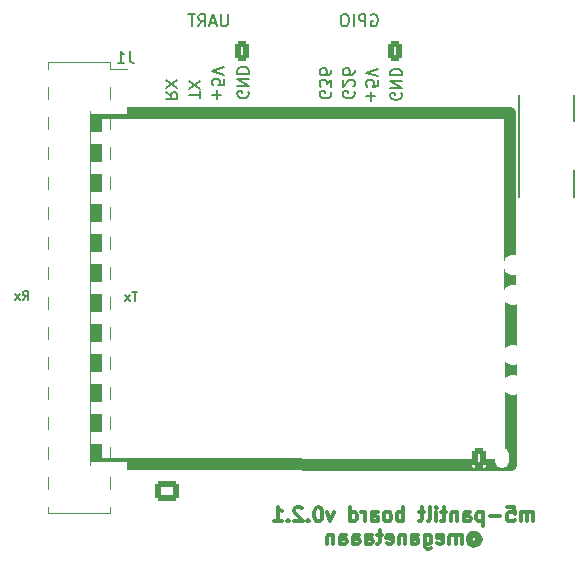
<source format=gbo>
G04 #@! TF.GenerationSoftware,KiCad,Pcbnew,7.0.6*
G04 #@! TF.CreationDate,2023-07-11T17:34:17+08:00*
G04 #@! TF.ProjectId,m5-pantilt,6d352d70-616e-4746-996c-742e6b696361,1*
G04 #@! TF.SameCoordinates,PX5f5e100PY5f5e100*
G04 #@! TF.FileFunction,Legend,Bot*
G04 #@! TF.FilePolarity,Positive*
%FSLAX46Y46*%
G04 Gerber Fmt 4.6, Leading zero omitted, Abs format (unit mm)*
G04 Created by KiCad (PCBNEW 7.0.6) date 2023-07-11 17:34:17*
%MOMM*%
%LPD*%
G01*
G04 APERTURE LIST*
G04 Aperture macros list*
%AMRoundRect*
0 Rectangle with rounded corners*
0 $1 Rounding radius*
0 $2 $3 $4 $5 $6 $7 $8 $9 X,Y pos of 4 corners*
0 Add a 4 corners polygon primitive as box body*
4,1,4,$2,$3,$4,$5,$6,$7,$8,$9,$2,$3,0*
0 Add four circle primitives for the rounded corners*
1,1,$1+$1,$2,$3*
1,1,$1+$1,$4,$5*
1,1,$1+$1,$6,$7*
1,1,$1+$1,$8,$9*
0 Add four rect primitives between the rounded corners*
20,1,$1+$1,$2,$3,$4,$5,0*
20,1,$1+$1,$4,$5,$6,$7,0*
20,1,$1+$1,$6,$7,$8,$9,0*
20,1,$1+$1,$8,$9,$2,$3,0*%
G04 Aperture macros list end*
%ADD10C,1.000000*%
%ADD11C,0.150000*%
%ADD12C,0.300000*%
%ADD13C,0.120000*%
%ADD14C,2.000000*%
%ADD15C,3.000000*%
%ADD16R,1.700000X1.700000*%
%ADD17O,1.700000X1.700000*%
%ADD18RoundRect,0.250000X0.350000X0.625000X-0.350000X0.625000X-0.350000X-0.625000X0.350000X-0.625000X0*%
%ADD19O,1.200000X1.750000*%
%ADD20RoundRect,0.250000X-0.350000X-0.625000X0.350000X-0.625000X0.350000X0.625000X-0.350000X0.625000X0*%
%ADD21RoundRect,0.250000X-0.750000X0.600000X-0.750000X-0.600000X0.750000X-0.600000X0.750000X0.600000X0*%
%ADD22O,2.000000X1.700000*%
%ADD23R,3.150000X1.000000*%
%ADD24O,3.500000X2.200000*%
%ADD25R,2.500000X1.500000*%
%ADD26O,2.500000X1.500000*%
G04 APERTURE END LIST*
D10*
X7670800Y10058400D02*
X7620000Y39776400D01*
X42773600Y9956800D02*
X7670800Y10058400D01*
X7620000Y39776400D02*
X42672000Y39827200D01*
X42672000Y39827200D02*
X42773600Y9956800D01*
D11*
X1476189Y23937705D02*
X1742856Y24318658D01*
X1933332Y23937705D02*
X1933332Y24737705D01*
X1933332Y24737705D02*
X1628570Y24737705D01*
X1628570Y24737705D02*
X1552380Y24699610D01*
X1552380Y24699610D02*
X1514285Y24661515D01*
X1514285Y24661515D02*
X1476189Y24585324D01*
X1476189Y24585324D02*
X1476189Y24471039D01*
X1476189Y24471039D02*
X1514285Y24394848D01*
X1514285Y24394848D02*
X1552380Y24356753D01*
X1552380Y24356753D02*
X1628570Y24318658D01*
X1628570Y24318658D02*
X1933332Y24318658D01*
X1209523Y23937705D02*
X790475Y24471039D01*
X1209523Y24471039D02*
X790475Y23937705D01*
X18795237Y48145181D02*
X18795237Y47335658D01*
X18795237Y47335658D02*
X18747618Y47240420D01*
X18747618Y47240420D02*
X18699999Y47192800D01*
X18699999Y47192800D02*
X18604761Y47145181D01*
X18604761Y47145181D02*
X18414285Y47145181D01*
X18414285Y47145181D02*
X18319047Y47192800D01*
X18319047Y47192800D02*
X18271428Y47240420D01*
X18271428Y47240420D02*
X18223809Y47335658D01*
X18223809Y47335658D02*
X18223809Y48145181D01*
X17795237Y47430896D02*
X17319047Y47430896D01*
X17890475Y47145181D02*
X17557142Y48145181D01*
X17557142Y48145181D02*
X17223809Y47145181D01*
X16319047Y47145181D02*
X16652380Y47621372D01*
X16890475Y47145181D02*
X16890475Y48145181D01*
X16890475Y48145181D02*
X16509523Y48145181D01*
X16509523Y48145181D02*
X16414285Y48097562D01*
X16414285Y48097562D02*
X16366666Y48049943D01*
X16366666Y48049943D02*
X16319047Y47954705D01*
X16319047Y47954705D02*
X16319047Y47811848D01*
X16319047Y47811848D02*
X16366666Y47716610D01*
X16366666Y47716610D02*
X16414285Y47668991D01*
X16414285Y47668991D02*
X16509523Y47621372D01*
X16509523Y47621372D02*
X16890475Y47621372D01*
X16033332Y48145181D02*
X15461904Y48145181D01*
X15747618Y47145181D02*
X15747618Y48145181D01*
X30926133Y40836780D02*
X30926133Y41598684D01*
X30545180Y41217732D02*
X31307085Y41217732D01*
X31545180Y42551065D02*
X31545180Y42074875D01*
X31545180Y42074875D02*
X31068990Y42027256D01*
X31068990Y42027256D02*
X31116609Y42074875D01*
X31116609Y42074875D02*
X31164228Y42170113D01*
X31164228Y42170113D02*
X31164228Y42408208D01*
X31164228Y42408208D02*
X31116609Y42503446D01*
X31116609Y42503446D02*
X31068990Y42551065D01*
X31068990Y42551065D02*
X30973752Y42598684D01*
X30973752Y42598684D02*
X30735657Y42598684D01*
X30735657Y42598684D02*
X30640419Y42551065D01*
X30640419Y42551065D02*
X30592800Y42503446D01*
X30592800Y42503446D02*
X30545180Y42408208D01*
X30545180Y42408208D02*
X30545180Y42170113D01*
X30545180Y42170113D02*
X30592800Y42074875D01*
X30592800Y42074875D02*
X30640419Y42027256D01*
X31545180Y42884399D02*
X30545180Y43217732D01*
X30545180Y43217732D02*
X31545180Y43551065D01*
D12*
X44642855Y5226458D02*
X44642855Y6026458D01*
X44642855Y5912172D02*
X44585712Y5969315D01*
X44585712Y5969315D02*
X44471427Y6026458D01*
X44471427Y6026458D02*
X44299998Y6026458D01*
X44299998Y6026458D02*
X44185712Y5969315D01*
X44185712Y5969315D02*
X44128570Y5855029D01*
X44128570Y5855029D02*
X44128570Y5226458D01*
X44128570Y5855029D02*
X44071427Y5969315D01*
X44071427Y5969315D02*
X43957141Y6026458D01*
X43957141Y6026458D02*
X43785712Y6026458D01*
X43785712Y6026458D02*
X43671427Y5969315D01*
X43671427Y5969315D02*
X43614284Y5855029D01*
X43614284Y5855029D02*
X43614284Y5226458D01*
X42471427Y6426458D02*
X43042855Y6426458D01*
X43042855Y6426458D02*
X43099998Y5855029D01*
X43099998Y5855029D02*
X43042855Y5912172D01*
X43042855Y5912172D02*
X42928570Y5969315D01*
X42928570Y5969315D02*
X42642855Y5969315D01*
X42642855Y5969315D02*
X42528570Y5912172D01*
X42528570Y5912172D02*
X42471427Y5855029D01*
X42471427Y5855029D02*
X42414284Y5740743D01*
X42414284Y5740743D02*
X42414284Y5455029D01*
X42414284Y5455029D02*
X42471427Y5340743D01*
X42471427Y5340743D02*
X42528570Y5283600D01*
X42528570Y5283600D02*
X42642855Y5226458D01*
X42642855Y5226458D02*
X42928570Y5226458D01*
X42928570Y5226458D02*
X43042855Y5283600D01*
X43042855Y5283600D02*
X43099998Y5340743D01*
X41899998Y5683600D02*
X40985713Y5683600D01*
X40414284Y6026458D02*
X40414284Y4826458D01*
X40414284Y5969315D02*
X40299999Y6026458D01*
X40299999Y6026458D02*
X40071427Y6026458D01*
X40071427Y6026458D02*
X39957141Y5969315D01*
X39957141Y5969315D02*
X39899999Y5912172D01*
X39899999Y5912172D02*
X39842856Y5797886D01*
X39842856Y5797886D02*
X39842856Y5455029D01*
X39842856Y5455029D02*
X39899999Y5340743D01*
X39899999Y5340743D02*
X39957141Y5283600D01*
X39957141Y5283600D02*
X40071427Y5226458D01*
X40071427Y5226458D02*
X40299999Y5226458D01*
X40299999Y5226458D02*
X40414284Y5283600D01*
X38814285Y5226458D02*
X38814285Y5855029D01*
X38814285Y5855029D02*
X38871427Y5969315D01*
X38871427Y5969315D02*
X38985713Y6026458D01*
X38985713Y6026458D02*
X39214285Y6026458D01*
X39214285Y6026458D02*
X39328570Y5969315D01*
X38814285Y5283600D02*
X38928570Y5226458D01*
X38928570Y5226458D02*
X39214285Y5226458D01*
X39214285Y5226458D02*
X39328570Y5283600D01*
X39328570Y5283600D02*
X39385713Y5397886D01*
X39385713Y5397886D02*
X39385713Y5512172D01*
X39385713Y5512172D02*
X39328570Y5626458D01*
X39328570Y5626458D02*
X39214285Y5683600D01*
X39214285Y5683600D02*
X38928570Y5683600D01*
X38928570Y5683600D02*
X38814285Y5740743D01*
X38242856Y6026458D02*
X38242856Y5226458D01*
X38242856Y5912172D02*
X38185713Y5969315D01*
X38185713Y5969315D02*
X38071428Y6026458D01*
X38071428Y6026458D02*
X37899999Y6026458D01*
X37899999Y6026458D02*
X37785713Y5969315D01*
X37785713Y5969315D02*
X37728571Y5855029D01*
X37728571Y5855029D02*
X37728571Y5226458D01*
X37328571Y6026458D02*
X36871428Y6026458D01*
X37157142Y6426458D02*
X37157142Y5397886D01*
X37157142Y5397886D02*
X37099999Y5283600D01*
X37099999Y5283600D02*
X36985714Y5226458D01*
X36985714Y5226458D02*
X36871428Y5226458D01*
X36471428Y5226458D02*
X36471428Y6026458D01*
X36471428Y6426458D02*
X36528571Y6369315D01*
X36528571Y6369315D02*
X36471428Y6312172D01*
X36471428Y6312172D02*
X36414285Y6369315D01*
X36414285Y6369315D02*
X36471428Y6426458D01*
X36471428Y6426458D02*
X36471428Y6312172D01*
X35728571Y5226458D02*
X35842856Y5283600D01*
X35842856Y5283600D02*
X35899999Y5397886D01*
X35899999Y5397886D02*
X35899999Y6426458D01*
X35442857Y6026458D02*
X34985714Y6026458D01*
X35271428Y6426458D02*
X35271428Y5397886D01*
X35271428Y5397886D02*
X35214285Y5283600D01*
X35214285Y5283600D02*
X35100000Y5226458D01*
X35100000Y5226458D02*
X34985714Y5226458D01*
X33671428Y5226458D02*
X33671428Y6426458D01*
X33671428Y5969315D02*
X33557143Y6026458D01*
X33557143Y6026458D02*
X33328571Y6026458D01*
X33328571Y6026458D02*
X33214285Y5969315D01*
X33214285Y5969315D02*
X33157143Y5912172D01*
X33157143Y5912172D02*
X33100000Y5797886D01*
X33100000Y5797886D02*
X33100000Y5455029D01*
X33100000Y5455029D02*
X33157143Y5340743D01*
X33157143Y5340743D02*
X33214285Y5283600D01*
X33214285Y5283600D02*
X33328571Y5226458D01*
X33328571Y5226458D02*
X33557143Y5226458D01*
X33557143Y5226458D02*
X33671428Y5283600D01*
X32414286Y5226458D02*
X32528571Y5283600D01*
X32528571Y5283600D02*
X32585714Y5340743D01*
X32585714Y5340743D02*
X32642857Y5455029D01*
X32642857Y5455029D02*
X32642857Y5797886D01*
X32642857Y5797886D02*
X32585714Y5912172D01*
X32585714Y5912172D02*
X32528571Y5969315D01*
X32528571Y5969315D02*
X32414286Y6026458D01*
X32414286Y6026458D02*
X32242857Y6026458D01*
X32242857Y6026458D02*
X32128571Y5969315D01*
X32128571Y5969315D02*
X32071429Y5912172D01*
X32071429Y5912172D02*
X32014286Y5797886D01*
X32014286Y5797886D02*
X32014286Y5455029D01*
X32014286Y5455029D02*
X32071429Y5340743D01*
X32071429Y5340743D02*
X32128571Y5283600D01*
X32128571Y5283600D02*
X32242857Y5226458D01*
X32242857Y5226458D02*
X32414286Y5226458D01*
X30985715Y5226458D02*
X30985715Y5855029D01*
X30985715Y5855029D02*
X31042857Y5969315D01*
X31042857Y5969315D02*
X31157143Y6026458D01*
X31157143Y6026458D02*
X31385715Y6026458D01*
X31385715Y6026458D02*
X31500000Y5969315D01*
X30985715Y5283600D02*
X31100000Y5226458D01*
X31100000Y5226458D02*
X31385715Y5226458D01*
X31385715Y5226458D02*
X31500000Y5283600D01*
X31500000Y5283600D02*
X31557143Y5397886D01*
X31557143Y5397886D02*
X31557143Y5512172D01*
X31557143Y5512172D02*
X31500000Y5626458D01*
X31500000Y5626458D02*
X31385715Y5683600D01*
X31385715Y5683600D02*
X31100000Y5683600D01*
X31100000Y5683600D02*
X30985715Y5740743D01*
X30414286Y5226458D02*
X30414286Y6026458D01*
X30414286Y5797886D02*
X30357143Y5912172D01*
X30357143Y5912172D02*
X30300001Y5969315D01*
X30300001Y5969315D02*
X30185715Y6026458D01*
X30185715Y6026458D02*
X30071429Y6026458D01*
X29157144Y5226458D02*
X29157144Y6426458D01*
X29157144Y5283600D02*
X29271429Y5226458D01*
X29271429Y5226458D02*
X29500001Y5226458D01*
X29500001Y5226458D02*
X29614286Y5283600D01*
X29614286Y5283600D02*
X29671429Y5340743D01*
X29671429Y5340743D02*
X29728572Y5455029D01*
X29728572Y5455029D02*
X29728572Y5797886D01*
X29728572Y5797886D02*
X29671429Y5912172D01*
X29671429Y5912172D02*
X29614286Y5969315D01*
X29614286Y5969315D02*
X29500001Y6026458D01*
X29500001Y6026458D02*
X29271429Y6026458D01*
X29271429Y6026458D02*
X29157144Y5969315D01*
X27785715Y6026458D02*
X27500001Y5226458D01*
X27500001Y5226458D02*
X27214286Y6026458D01*
X26528572Y6426458D02*
X26414286Y6426458D01*
X26414286Y6426458D02*
X26300000Y6369315D01*
X26300000Y6369315D02*
X26242858Y6312172D01*
X26242858Y6312172D02*
X26185715Y6197886D01*
X26185715Y6197886D02*
X26128572Y5969315D01*
X26128572Y5969315D02*
X26128572Y5683600D01*
X26128572Y5683600D02*
X26185715Y5455029D01*
X26185715Y5455029D02*
X26242858Y5340743D01*
X26242858Y5340743D02*
X26300000Y5283600D01*
X26300000Y5283600D02*
X26414286Y5226458D01*
X26414286Y5226458D02*
X26528572Y5226458D01*
X26528572Y5226458D02*
X26642858Y5283600D01*
X26642858Y5283600D02*
X26700000Y5340743D01*
X26700000Y5340743D02*
X26757143Y5455029D01*
X26757143Y5455029D02*
X26814286Y5683600D01*
X26814286Y5683600D02*
X26814286Y5969315D01*
X26814286Y5969315D02*
X26757143Y6197886D01*
X26757143Y6197886D02*
X26700000Y6312172D01*
X26700000Y6312172D02*
X26642858Y6369315D01*
X26642858Y6369315D02*
X26528572Y6426458D01*
X25614286Y5340743D02*
X25557143Y5283600D01*
X25557143Y5283600D02*
X25614286Y5226458D01*
X25614286Y5226458D02*
X25671429Y5283600D01*
X25671429Y5283600D02*
X25614286Y5340743D01*
X25614286Y5340743D02*
X25614286Y5226458D01*
X25100000Y6312172D02*
X25042857Y6369315D01*
X25042857Y6369315D02*
X24928572Y6426458D01*
X24928572Y6426458D02*
X24642857Y6426458D01*
X24642857Y6426458D02*
X24528572Y6369315D01*
X24528572Y6369315D02*
X24471429Y6312172D01*
X24471429Y6312172D02*
X24414286Y6197886D01*
X24414286Y6197886D02*
X24414286Y6083600D01*
X24414286Y6083600D02*
X24471429Y5912172D01*
X24471429Y5912172D02*
X25157143Y5226458D01*
X25157143Y5226458D02*
X24414286Y5226458D01*
X23900000Y5340743D02*
X23842857Y5283600D01*
X23842857Y5283600D02*
X23900000Y5226458D01*
X23900000Y5226458D02*
X23957143Y5283600D01*
X23957143Y5283600D02*
X23900000Y5340743D01*
X23900000Y5340743D02*
X23900000Y5226458D01*
X22700000Y5226458D02*
X23385714Y5226458D01*
X23042857Y5226458D02*
X23042857Y6426458D01*
X23042857Y6426458D02*
X23157143Y6255029D01*
X23157143Y6255029D02*
X23271428Y6140743D01*
X23271428Y6140743D02*
X23385714Y6083600D01*
X39414283Y3865886D02*
X39471426Y3923029D01*
X39471426Y3923029D02*
X39585712Y3980172D01*
X39585712Y3980172D02*
X39699997Y3980172D01*
X39699997Y3980172D02*
X39814283Y3923029D01*
X39814283Y3923029D02*
X39871426Y3865886D01*
X39871426Y3865886D02*
X39928569Y3751600D01*
X39928569Y3751600D02*
X39928569Y3637315D01*
X39928569Y3637315D02*
X39871426Y3523029D01*
X39871426Y3523029D02*
X39814283Y3465886D01*
X39814283Y3465886D02*
X39699997Y3408743D01*
X39699997Y3408743D02*
X39585712Y3408743D01*
X39585712Y3408743D02*
X39471426Y3465886D01*
X39471426Y3465886D02*
X39414283Y3523029D01*
X39414283Y3980172D02*
X39414283Y3523029D01*
X39414283Y3523029D02*
X39357140Y3465886D01*
X39357140Y3465886D02*
X39299997Y3465886D01*
X39299997Y3465886D02*
X39185712Y3523029D01*
X39185712Y3523029D02*
X39128569Y3637315D01*
X39128569Y3637315D02*
X39128569Y3923029D01*
X39128569Y3923029D02*
X39242855Y4094458D01*
X39242855Y4094458D02*
X39414283Y4208743D01*
X39414283Y4208743D02*
X39642855Y4265886D01*
X39642855Y4265886D02*
X39871426Y4208743D01*
X39871426Y4208743D02*
X40042855Y4094458D01*
X40042855Y4094458D02*
X40157140Y3923029D01*
X40157140Y3923029D02*
X40214283Y3694458D01*
X40214283Y3694458D02*
X40157140Y3465886D01*
X40157140Y3465886D02*
X40042855Y3294458D01*
X40042855Y3294458D02*
X39871426Y3180172D01*
X39871426Y3180172D02*
X39642855Y3123029D01*
X39642855Y3123029D02*
X39414283Y3180172D01*
X39414283Y3180172D02*
X39242855Y3294458D01*
X38614283Y3294458D02*
X38614283Y4094458D01*
X38614283Y3980172D02*
X38557140Y4037315D01*
X38557140Y4037315D02*
X38442855Y4094458D01*
X38442855Y4094458D02*
X38271426Y4094458D01*
X38271426Y4094458D02*
X38157140Y4037315D01*
X38157140Y4037315D02*
X38099998Y3923029D01*
X38099998Y3923029D02*
X38099998Y3294458D01*
X38099998Y3923029D02*
X38042855Y4037315D01*
X38042855Y4037315D02*
X37928569Y4094458D01*
X37928569Y4094458D02*
X37757140Y4094458D01*
X37757140Y4094458D02*
X37642855Y4037315D01*
X37642855Y4037315D02*
X37585712Y3923029D01*
X37585712Y3923029D02*
X37585712Y3294458D01*
X36557140Y3351600D02*
X36671426Y3294458D01*
X36671426Y3294458D02*
X36899998Y3294458D01*
X36899998Y3294458D02*
X37014283Y3351600D01*
X37014283Y3351600D02*
X37071426Y3465886D01*
X37071426Y3465886D02*
X37071426Y3923029D01*
X37071426Y3923029D02*
X37014283Y4037315D01*
X37014283Y4037315D02*
X36899998Y4094458D01*
X36899998Y4094458D02*
X36671426Y4094458D01*
X36671426Y4094458D02*
X36557140Y4037315D01*
X36557140Y4037315D02*
X36499998Y3923029D01*
X36499998Y3923029D02*
X36499998Y3808743D01*
X36499998Y3808743D02*
X37071426Y3694458D01*
X35471427Y4094458D02*
X35471427Y3123029D01*
X35471427Y3123029D02*
X35528569Y3008743D01*
X35528569Y3008743D02*
X35585712Y2951600D01*
X35585712Y2951600D02*
X35699998Y2894458D01*
X35699998Y2894458D02*
X35871427Y2894458D01*
X35871427Y2894458D02*
X35985712Y2951600D01*
X35471427Y3351600D02*
X35585712Y3294458D01*
X35585712Y3294458D02*
X35814284Y3294458D01*
X35814284Y3294458D02*
X35928569Y3351600D01*
X35928569Y3351600D02*
X35985712Y3408743D01*
X35985712Y3408743D02*
X36042855Y3523029D01*
X36042855Y3523029D02*
X36042855Y3865886D01*
X36042855Y3865886D02*
X35985712Y3980172D01*
X35985712Y3980172D02*
X35928569Y4037315D01*
X35928569Y4037315D02*
X35814284Y4094458D01*
X35814284Y4094458D02*
X35585712Y4094458D01*
X35585712Y4094458D02*
X35471427Y4037315D01*
X34385713Y3294458D02*
X34385713Y3923029D01*
X34385713Y3923029D02*
X34442855Y4037315D01*
X34442855Y4037315D02*
X34557141Y4094458D01*
X34557141Y4094458D02*
X34785713Y4094458D01*
X34785713Y4094458D02*
X34899998Y4037315D01*
X34385713Y3351600D02*
X34499998Y3294458D01*
X34499998Y3294458D02*
X34785713Y3294458D01*
X34785713Y3294458D02*
X34899998Y3351600D01*
X34899998Y3351600D02*
X34957141Y3465886D01*
X34957141Y3465886D02*
X34957141Y3580172D01*
X34957141Y3580172D02*
X34899998Y3694458D01*
X34899998Y3694458D02*
X34785713Y3751600D01*
X34785713Y3751600D02*
X34499998Y3751600D01*
X34499998Y3751600D02*
X34385713Y3808743D01*
X33814284Y4094458D02*
X33814284Y3294458D01*
X33814284Y3980172D02*
X33757141Y4037315D01*
X33757141Y4037315D02*
X33642856Y4094458D01*
X33642856Y4094458D02*
X33471427Y4094458D01*
X33471427Y4094458D02*
X33357141Y4037315D01*
X33357141Y4037315D02*
X33299999Y3923029D01*
X33299999Y3923029D02*
X33299999Y3294458D01*
X32271427Y3351600D02*
X32385713Y3294458D01*
X32385713Y3294458D02*
X32614285Y3294458D01*
X32614285Y3294458D02*
X32728570Y3351600D01*
X32728570Y3351600D02*
X32785713Y3465886D01*
X32785713Y3465886D02*
X32785713Y3923029D01*
X32785713Y3923029D02*
X32728570Y4037315D01*
X32728570Y4037315D02*
X32614285Y4094458D01*
X32614285Y4094458D02*
X32385713Y4094458D01*
X32385713Y4094458D02*
X32271427Y4037315D01*
X32271427Y4037315D02*
X32214285Y3923029D01*
X32214285Y3923029D02*
X32214285Y3808743D01*
X32214285Y3808743D02*
X32785713Y3694458D01*
X31871428Y4094458D02*
X31414285Y4094458D01*
X31699999Y4494458D02*
X31699999Y3465886D01*
X31699999Y3465886D02*
X31642856Y3351600D01*
X31642856Y3351600D02*
X31528571Y3294458D01*
X31528571Y3294458D02*
X31414285Y3294458D01*
X30500000Y3294458D02*
X30500000Y3923029D01*
X30500000Y3923029D02*
X30557142Y4037315D01*
X30557142Y4037315D02*
X30671428Y4094458D01*
X30671428Y4094458D02*
X30900000Y4094458D01*
X30900000Y4094458D02*
X31014285Y4037315D01*
X30500000Y3351600D02*
X30614285Y3294458D01*
X30614285Y3294458D02*
X30900000Y3294458D01*
X30900000Y3294458D02*
X31014285Y3351600D01*
X31014285Y3351600D02*
X31071428Y3465886D01*
X31071428Y3465886D02*
X31071428Y3580172D01*
X31071428Y3580172D02*
X31014285Y3694458D01*
X31014285Y3694458D02*
X30900000Y3751600D01*
X30900000Y3751600D02*
X30614285Y3751600D01*
X30614285Y3751600D02*
X30500000Y3808743D01*
X29414286Y3294458D02*
X29414286Y3923029D01*
X29414286Y3923029D02*
X29471428Y4037315D01*
X29471428Y4037315D02*
X29585714Y4094458D01*
X29585714Y4094458D02*
X29814286Y4094458D01*
X29814286Y4094458D02*
X29928571Y4037315D01*
X29414286Y3351600D02*
X29528571Y3294458D01*
X29528571Y3294458D02*
X29814286Y3294458D01*
X29814286Y3294458D02*
X29928571Y3351600D01*
X29928571Y3351600D02*
X29985714Y3465886D01*
X29985714Y3465886D02*
X29985714Y3580172D01*
X29985714Y3580172D02*
X29928571Y3694458D01*
X29928571Y3694458D02*
X29814286Y3751600D01*
X29814286Y3751600D02*
X29528571Y3751600D01*
X29528571Y3751600D02*
X29414286Y3808743D01*
X28328572Y3294458D02*
X28328572Y3923029D01*
X28328572Y3923029D02*
X28385714Y4037315D01*
X28385714Y4037315D02*
X28500000Y4094458D01*
X28500000Y4094458D02*
X28728572Y4094458D01*
X28728572Y4094458D02*
X28842857Y4037315D01*
X28328572Y3351600D02*
X28442857Y3294458D01*
X28442857Y3294458D02*
X28728572Y3294458D01*
X28728572Y3294458D02*
X28842857Y3351600D01*
X28842857Y3351600D02*
X28900000Y3465886D01*
X28900000Y3465886D02*
X28900000Y3580172D01*
X28900000Y3580172D02*
X28842857Y3694458D01*
X28842857Y3694458D02*
X28728572Y3751600D01*
X28728572Y3751600D02*
X28442857Y3751600D01*
X28442857Y3751600D02*
X28328572Y3808743D01*
X27757143Y4094458D02*
X27757143Y3294458D01*
X27757143Y3980172D02*
X27700000Y4037315D01*
X27700000Y4037315D02*
X27585715Y4094458D01*
X27585715Y4094458D02*
X27414286Y4094458D01*
X27414286Y4094458D02*
X27300000Y4037315D01*
X27300000Y4037315D02*
X27242858Y3923029D01*
X27242858Y3923029D02*
X27242858Y3294458D01*
D11*
X13545180Y41558208D02*
X14021371Y41224875D01*
X13545180Y40986780D02*
X14545180Y40986780D01*
X14545180Y40986780D02*
X14545180Y41367732D01*
X14545180Y41367732D02*
X14497561Y41462970D01*
X14497561Y41462970D02*
X14449942Y41510589D01*
X14449942Y41510589D02*
X14354704Y41558208D01*
X14354704Y41558208D02*
X14211847Y41558208D01*
X14211847Y41558208D02*
X14116609Y41510589D01*
X14116609Y41510589D02*
X14068990Y41462970D01*
X14068990Y41462970D02*
X14021371Y41367732D01*
X14021371Y41367732D02*
X14021371Y40986780D01*
X14545180Y41891542D02*
X13545180Y42558208D01*
X14545180Y42558208D02*
X13545180Y41891542D01*
X11152380Y24637705D02*
X10695237Y24637705D01*
X10923809Y23837705D02*
X10923809Y24637705D01*
X10504761Y23837705D02*
X10085713Y24371039D01*
X10504761Y24371039D02*
X10085713Y23837705D01*
X20547561Y41610589D02*
X20595180Y41515351D01*
X20595180Y41515351D02*
X20595180Y41372494D01*
X20595180Y41372494D02*
X20547561Y41229637D01*
X20547561Y41229637D02*
X20452323Y41134399D01*
X20452323Y41134399D02*
X20357085Y41086780D01*
X20357085Y41086780D02*
X20166609Y41039161D01*
X20166609Y41039161D02*
X20023752Y41039161D01*
X20023752Y41039161D02*
X19833276Y41086780D01*
X19833276Y41086780D02*
X19738038Y41134399D01*
X19738038Y41134399D02*
X19642800Y41229637D01*
X19642800Y41229637D02*
X19595180Y41372494D01*
X19595180Y41372494D02*
X19595180Y41467732D01*
X19595180Y41467732D02*
X19642800Y41610589D01*
X19642800Y41610589D02*
X19690419Y41658208D01*
X19690419Y41658208D02*
X20023752Y41658208D01*
X20023752Y41658208D02*
X20023752Y41467732D01*
X19595180Y42086780D02*
X20595180Y42086780D01*
X20595180Y42086780D02*
X19595180Y42658208D01*
X19595180Y42658208D02*
X20595180Y42658208D01*
X19595180Y43134399D02*
X20595180Y43134399D01*
X20595180Y43134399D02*
X20595180Y43372494D01*
X20595180Y43372494D02*
X20547561Y43515351D01*
X20547561Y43515351D02*
X20452323Y43610589D01*
X20452323Y43610589D02*
X20357085Y43658208D01*
X20357085Y43658208D02*
X20166609Y43705827D01*
X20166609Y43705827D02*
X20023752Y43705827D01*
X20023752Y43705827D02*
X19833276Y43658208D01*
X19833276Y43658208D02*
X19738038Y43610589D01*
X19738038Y43610589D02*
X19642800Y43515351D01*
X19642800Y43515351D02*
X19595180Y43372494D01*
X19595180Y43372494D02*
X19595180Y43134399D01*
X30949999Y48097562D02*
X31045237Y48145181D01*
X31045237Y48145181D02*
X31188094Y48145181D01*
X31188094Y48145181D02*
X31330951Y48097562D01*
X31330951Y48097562D02*
X31426189Y48002324D01*
X31426189Y48002324D02*
X31473808Y47907086D01*
X31473808Y47907086D02*
X31521427Y47716610D01*
X31521427Y47716610D02*
X31521427Y47573753D01*
X31521427Y47573753D02*
X31473808Y47383277D01*
X31473808Y47383277D02*
X31426189Y47288039D01*
X31426189Y47288039D02*
X31330951Y47192800D01*
X31330951Y47192800D02*
X31188094Y47145181D01*
X31188094Y47145181D02*
X31092856Y47145181D01*
X31092856Y47145181D02*
X30949999Y47192800D01*
X30949999Y47192800D02*
X30902380Y47240420D01*
X30902380Y47240420D02*
X30902380Y47573753D01*
X30902380Y47573753D02*
X31092856Y47573753D01*
X30473808Y47145181D02*
X30473808Y48145181D01*
X30473808Y48145181D02*
X30092856Y48145181D01*
X30092856Y48145181D02*
X29997618Y48097562D01*
X29997618Y48097562D02*
X29949999Y48049943D01*
X29949999Y48049943D02*
X29902380Y47954705D01*
X29902380Y47954705D02*
X29902380Y47811848D01*
X29902380Y47811848D02*
X29949999Y47716610D01*
X29949999Y47716610D02*
X29997618Y47668991D01*
X29997618Y47668991D02*
X30092856Y47621372D01*
X30092856Y47621372D02*
X30473808Y47621372D01*
X29473808Y47145181D02*
X29473808Y48145181D01*
X28807142Y48145181D02*
X28616666Y48145181D01*
X28616666Y48145181D02*
X28521428Y48097562D01*
X28521428Y48097562D02*
X28426190Y48002324D01*
X28426190Y48002324D02*
X28378571Y47811848D01*
X28378571Y47811848D02*
X28378571Y47478515D01*
X28378571Y47478515D02*
X28426190Y47288039D01*
X28426190Y47288039D02*
X28521428Y47192800D01*
X28521428Y47192800D02*
X28616666Y47145181D01*
X28616666Y47145181D02*
X28807142Y47145181D01*
X28807142Y47145181D02*
X28902380Y47192800D01*
X28902380Y47192800D02*
X28997618Y47288039D01*
X28997618Y47288039D02*
X29045237Y47478515D01*
X29045237Y47478515D02*
X29045237Y47811848D01*
X29045237Y47811848D02*
X28997618Y48002324D01*
X28997618Y48002324D02*
X28902380Y48097562D01*
X28902380Y48097562D02*
X28807142Y48145181D01*
X17876133Y40936780D02*
X17876133Y41698684D01*
X17495180Y41317732D02*
X18257085Y41317732D01*
X18495180Y42651065D02*
X18495180Y42174875D01*
X18495180Y42174875D02*
X18018990Y42127256D01*
X18018990Y42127256D02*
X18066609Y42174875D01*
X18066609Y42174875D02*
X18114228Y42270113D01*
X18114228Y42270113D02*
X18114228Y42508208D01*
X18114228Y42508208D02*
X18066609Y42603446D01*
X18066609Y42603446D02*
X18018990Y42651065D01*
X18018990Y42651065D02*
X17923752Y42698684D01*
X17923752Y42698684D02*
X17685657Y42698684D01*
X17685657Y42698684D02*
X17590419Y42651065D01*
X17590419Y42651065D02*
X17542800Y42603446D01*
X17542800Y42603446D02*
X17495180Y42508208D01*
X17495180Y42508208D02*
X17495180Y42270113D01*
X17495180Y42270113D02*
X17542800Y42174875D01*
X17542800Y42174875D02*
X17590419Y42127256D01*
X18495180Y42984399D02*
X17495180Y43317732D01*
X17495180Y43317732D02*
X18495180Y43651065D01*
X27547561Y41610589D02*
X27595180Y41515351D01*
X27595180Y41515351D02*
X27595180Y41372494D01*
X27595180Y41372494D02*
X27547561Y41229637D01*
X27547561Y41229637D02*
X27452323Y41134399D01*
X27452323Y41134399D02*
X27357085Y41086780D01*
X27357085Y41086780D02*
X27166609Y41039161D01*
X27166609Y41039161D02*
X27023752Y41039161D01*
X27023752Y41039161D02*
X26833276Y41086780D01*
X26833276Y41086780D02*
X26738038Y41134399D01*
X26738038Y41134399D02*
X26642800Y41229637D01*
X26642800Y41229637D02*
X26595180Y41372494D01*
X26595180Y41372494D02*
X26595180Y41467732D01*
X26595180Y41467732D02*
X26642800Y41610589D01*
X26642800Y41610589D02*
X26690419Y41658208D01*
X26690419Y41658208D02*
X27023752Y41658208D01*
X27023752Y41658208D02*
X27023752Y41467732D01*
X27595180Y41991542D02*
X27595180Y42610589D01*
X27595180Y42610589D02*
X27214228Y42277256D01*
X27214228Y42277256D02*
X27214228Y42420113D01*
X27214228Y42420113D02*
X27166609Y42515351D01*
X27166609Y42515351D02*
X27118990Y42562970D01*
X27118990Y42562970D02*
X27023752Y42610589D01*
X27023752Y42610589D02*
X26785657Y42610589D01*
X26785657Y42610589D02*
X26690419Y42562970D01*
X26690419Y42562970D02*
X26642800Y42515351D01*
X26642800Y42515351D02*
X26595180Y42420113D01*
X26595180Y42420113D02*
X26595180Y42134399D01*
X26595180Y42134399D02*
X26642800Y42039161D01*
X26642800Y42039161D02*
X26690419Y41991542D01*
X27595180Y43467732D02*
X27595180Y43277256D01*
X27595180Y43277256D02*
X27547561Y43182018D01*
X27547561Y43182018D02*
X27499942Y43134399D01*
X27499942Y43134399D02*
X27357085Y43039161D01*
X27357085Y43039161D02*
X27166609Y42991542D01*
X27166609Y42991542D02*
X26785657Y42991542D01*
X26785657Y42991542D02*
X26690419Y43039161D01*
X26690419Y43039161D02*
X26642800Y43086780D01*
X26642800Y43086780D02*
X26595180Y43182018D01*
X26595180Y43182018D02*
X26595180Y43372494D01*
X26595180Y43372494D02*
X26642800Y43467732D01*
X26642800Y43467732D02*
X26690419Y43515351D01*
X26690419Y43515351D02*
X26785657Y43562970D01*
X26785657Y43562970D02*
X27023752Y43562970D01*
X27023752Y43562970D02*
X27118990Y43515351D01*
X27118990Y43515351D02*
X27166609Y43467732D01*
X27166609Y43467732D02*
X27214228Y43372494D01*
X27214228Y43372494D02*
X27214228Y43182018D01*
X27214228Y43182018D02*
X27166609Y43086780D01*
X27166609Y43086780D02*
X27118990Y43039161D01*
X27118990Y43039161D02*
X27023752Y42991542D01*
X29497561Y41610589D02*
X29545180Y41515351D01*
X29545180Y41515351D02*
X29545180Y41372494D01*
X29545180Y41372494D02*
X29497561Y41229637D01*
X29497561Y41229637D02*
X29402323Y41134399D01*
X29402323Y41134399D02*
X29307085Y41086780D01*
X29307085Y41086780D02*
X29116609Y41039161D01*
X29116609Y41039161D02*
X28973752Y41039161D01*
X28973752Y41039161D02*
X28783276Y41086780D01*
X28783276Y41086780D02*
X28688038Y41134399D01*
X28688038Y41134399D02*
X28592800Y41229637D01*
X28592800Y41229637D02*
X28545180Y41372494D01*
X28545180Y41372494D02*
X28545180Y41467732D01*
X28545180Y41467732D02*
X28592800Y41610589D01*
X28592800Y41610589D02*
X28640419Y41658208D01*
X28640419Y41658208D02*
X28973752Y41658208D01*
X28973752Y41658208D02*
X28973752Y41467732D01*
X29449942Y42039161D02*
X29497561Y42086780D01*
X29497561Y42086780D02*
X29545180Y42182018D01*
X29545180Y42182018D02*
X29545180Y42420113D01*
X29545180Y42420113D02*
X29497561Y42515351D01*
X29497561Y42515351D02*
X29449942Y42562970D01*
X29449942Y42562970D02*
X29354704Y42610589D01*
X29354704Y42610589D02*
X29259466Y42610589D01*
X29259466Y42610589D02*
X29116609Y42562970D01*
X29116609Y42562970D02*
X28545180Y41991542D01*
X28545180Y41991542D02*
X28545180Y42610589D01*
X29545180Y43467732D02*
X29545180Y43277256D01*
X29545180Y43277256D02*
X29497561Y43182018D01*
X29497561Y43182018D02*
X29449942Y43134399D01*
X29449942Y43134399D02*
X29307085Y43039161D01*
X29307085Y43039161D02*
X29116609Y42991542D01*
X29116609Y42991542D02*
X28735657Y42991542D01*
X28735657Y42991542D02*
X28640419Y43039161D01*
X28640419Y43039161D02*
X28592800Y43086780D01*
X28592800Y43086780D02*
X28545180Y43182018D01*
X28545180Y43182018D02*
X28545180Y43372494D01*
X28545180Y43372494D02*
X28592800Y43467732D01*
X28592800Y43467732D02*
X28640419Y43515351D01*
X28640419Y43515351D02*
X28735657Y43562970D01*
X28735657Y43562970D02*
X28973752Y43562970D01*
X28973752Y43562970D02*
X29068990Y43515351D01*
X29068990Y43515351D02*
X29116609Y43467732D01*
X29116609Y43467732D02*
X29164228Y43372494D01*
X29164228Y43372494D02*
X29164228Y43182018D01*
X29164228Y43182018D02*
X29116609Y43086780D01*
X29116609Y43086780D02*
X29068990Y43039161D01*
X29068990Y43039161D02*
X28973752Y42991542D01*
X33497561Y41460589D02*
X33545180Y41365351D01*
X33545180Y41365351D02*
X33545180Y41222494D01*
X33545180Y41222494D02*
X33497561Y41079637D01*
X33497561Y41079637D02*
X33402323Y40984399D01*
X33402323Y40984399D02*
X33307085Y40936780D01*
X33307085Y40936780D02*
X33116609Y40889161D01*
X33116609Y40889161D02*
X32973752Y40889161D01*
X32973752Y40889161D02*
X32783276Y40936780D01*
X32783276Y40936780D02*
X32688038Y40984399D01*
X32688038Y40984399D02*
X32592800Y41079637D01*
X32592800Y41079637D02*
X32545180Y41222494D01*
X32545180Y41222494D02*
X32545180Y41317732D01*
X32545180Y41317732D02*
X32592800Y41460589D01*
X32592800Y41460589D02*
X32640419Y41508208D01*
X32640419Y41508208D02*
X32973752Y41508208D01*
X32973752Y41508208D02*
X32973752Y41317732D01*
X32545180Y41936780D02*
X33545180Y41936780D01*
X33545180Y41936780D02*
X32545180Y42508208D01*
X32545180Y42508208D02*
X33545180Y42508208D01*
X32545180Y42984399D02*
X33545180Y42984399D01*
X33545180Y42984399D02*
X33545180Y43222494D01*
X33545180Y43222494D02*
X33497561Y43365351D01*
X33497561Y43365351D02*
X33402323Y43460589D01*
X33402323Y43460589D02*
X33307085Y43508208D01*
X33307085Y43508208D02*
X33116609Y43555827D01*
X33116609Y43555827D02*
X32973752Y43555827D01*
X32973752Y43555827D02*
X32783276Y43508208D01*
X32783276Y43508208D02*
X32688038Y43460589D01*
X32688038Y43460589D02*
X32592800Y43365351D01*
X32592800Y43365351D02*
X32545180Y43222494D01*
X32545180Y43222494D02*
X32545180Y42984399D01*
X16495180Y41043923D02*
X16495180Y41615351D01*
X15495180Y41329637D02*
X16495180Y41329637D01*
X16495180Y41853447D02*
X15495180Y42520113D01*
X16495180Y42520113D02*
X15495180Y41853447D01*
X10493333Y45045981D02*
X10493333Y44331696D01*
X10493333Y44331696D02*
X10540952Y44188839D01*
X10540952Y44188839D02*
X10636190Y44093600D01*
X10636190Y44093600D02*
X10779047Y44045981D01*
X10779047Y44045981D02*
X10874285Y44045981D01*
X9493333Y44045981D02*
X10064761Y44045981D01*
X9779047Y44045981D02*
X9779047Y45045981D01*
X9779047Y45045981D02*
X9874285Y44903124D01*
X9874285Y44903124D02*
X9969523Y44807886D01*
X9969523Y44807886D02*
X10064761Y44760267D01*
D13*
X10240000Y43540000D02*
X8800000Y43540000D01*
X8800000Y5890000D02*
X3600000Y5890000D01*
X8800000Y6460000D02*
X8800000Y5890000D01*
X8800000Y9000000D02*
X8800000Y7980000D01*
X8800000Y11540000D02*
X8800000Y10520000D01*
X8800000Y14080000D02*
X8800000Y13060000D01*
X8800000Y16620000D02*
X8800000Y15600000D01*
X8800000Y19160000D02*
X8800000Y18140000D01*
X8800000Y21700000D02*
X8800000Y20680000D01*
X8800000Y24240000D02*
X8800000Y23220000D01*
X8800000Y26780000D02*
X8800000Y25760000D01*
X8800000Y29320000D02*
X8800000Y28300000D01*
X8800000Y31860000D02*
X8800000Y30840000D01*
X8800000Y34400000D02*
X8800000Y33380000D01*
X8800000Y36940000D02*
X8800000Y35920000D01*
X8800000Y39480000D02*
X8800000Y38460000D01*
X8800000Y42020000D02*
X8800000Y41000000D01*
X8800000Y44110000D02*
X8800000Y43540000D01*
X8800000Y44110000D02*
X3600000Y44110000D01*
X3600000Y6460000D02*
X3600000Y5890000D01*
X3600000Y9000000D02*
X3600000Y7980000D01*
X3600000Y11540000D02*
X3600000Y10520000D01*
X3600000Y14080000D02*
X3600000Y13060000D01*
X3600000Y16620000D02*
X3600000Y15600000D01*
X3600000Y19160000D02*
X3600000Y18140000D01*
X3600000Y21700000D02*
X3600000Y20680000D01*
X3600000Y24240000D02*
X3600000Y23220000D01*
X3600000Y26780000D02*
X3600000Y25760000D01*
X3600000Y29320000D02*
X3600000Y28300000D01*
X3600000Y31860000D02*
X3600000Y30840000D01*
X3600000Y34400000D02*
X3600000Y33380000D01*
X3600000Y36940000D02*
X3600000Y35920000D01*
X3600000Y39480000D02*
X3600000Y38460000D01*
X3600000Y42020000D02*
X3600000Y41000000D01*
X3600000Y44110000D02*
X3600000Y43540000D01*
D11*
X48100000Y41300000D02*
X48100000Y39100000D01*
X43500000Y41300000D02*
X43500000Y32700000D01*
X48100000Y35000000D02*
X48100000Y32700000D01*
%LPC*%
D14*
X7300000Y3150000D03*
D15*
X3150000Y3150000D03*
D14*
X42700000Y3150000D03*
D15*
X46850000Y3150000D03*
D14*
X42700000Y46850000D03*
D15*
X46850000Y46850000D03*
D14*
X7300000Y46850000D03*
D15*
X3150000Y46850000D03*
D16*
X37846000Y16764000D03*
D17*
X37846000Y19304000D03*
X40386000Y16764000D03*
X40386000Y19304000D03*
X42926000Y16764000D03*
X42926000Y19304000D03*
D16*
X37846000Y24384000D03*
D17*
X37846000Y26924000D03*
X40386000Y24384000D03*
X40386000Y26924000D03*
X42926000Y24384000D03*
X42926000Y26924000D03*
D18*
X33000000Y45000000D03*
D19*
X31000000Y45000000D03*
X29000000Y45000000D03*
X27000000Y45000000D03*
D20*
X40060000Y10600000D03*
D19*
X42060000Y10600000D03*
D18*
X20000000Y45000000D03*
D19*
X18000000Y45000000D03*
X16000000Y45000000D03*
X14000000Y45000000D03*
D21*
X13700000Y7800000D03*
D22*
X13700000Y5300000D03*
D23*
X8725000Y42780000D03*
X3675000Y42780000D03*
X8725000Y40240000D03*
X3675000Y40240000D03*
X8725000Y37700000D03*
X3675000Y37700000D03*
X8725000Y35160000D03*
X3675000Y35160000D03*
X8725000Y32620000D03*
X3675000Y32620000D03*
X8725000Y30080000D03*
X3675000Y30080000D03*
X8725000Y27540000D03*
X3675000Y27540000D03*
X8725000Y25000000D03*
X3675000Y25000000D03*
X8725000Y22460000D03*
X3675000Y22460000D03*
X8725000Y19920000D03*
X3675000Y19920000D03*
X8725000Y17380000D03*
X3675000Y17380000D03*
X8725000Y14840000D03*
X3675000Y14840000D03*
X8725000Y12300000D03*
X3675000Y12300000D03*
X8725000Y9760000D03*
X3675000Y9760000D03*
X8725000Y7220000D03*
X3675000Y7220000D03*
D24*
X45800000Y41100000D03*
X45800000Y32900000D03*
D25*
X45800000Y39000000D03*
D26*
X45800000Y37000000D03*
X45800000Y35000000D03*
%LPD*%
M02*

</source>
